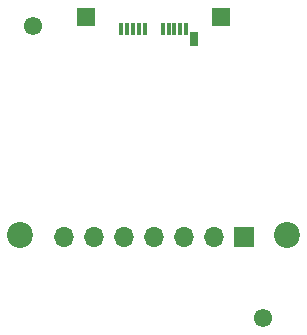
<source format=gbr>
%TF.GenerationSoftware,KiCad,Pcbnew,(5.99.0-11663-g8172737d6f)*%
%TF.CreationDate,2021-08-09T10:24:35+02:00*%
%TF.ProjectId,Framework_Serial,4672616d-6577-46f7-926b-5f5365726961,rev?*%
%TF.SameCoordinates,Original*%
%TF.FileFunction,Soldermask,Bot*%
%TF.FilePolarity,Negative*%
%FSLAX46Y46*%
G04 Gerber Fmt 4.6, Leading zero omitted, Abs format (unit mm)*
G04 Created by KiCad (PCBNEW (5.99.0-11663-g8172737d6f)) date 2021-08-09 10:24:35*
%MOMM*%
%LPD*%
G01*
G04 APERTURE LIST*
%ADD10C,1.552000*%
%ADD11R,1.700000X1.700000*%
%ADD12O,1.700000X1.700000*%
%ADD13R,1.500000X1.500000*%
%ADD14C,2.200000*%
%ADD15R,0.380000X1.000000*%
%ADD16R,0.700000X1.150000*%
G04 APERTURE END LIST*
D10*
%TO.C,REF\u002A\u002A*%
X72250000Y-29500000D03*
%TD*%
%TO.C,REF\u002A\u002A*%
X91750000Y-54250000D03*
%TD*%
D11*
%TO.C,J1*%
X90120000Y-47375000D03*
D12*
X87580000Y-47375000D03*
X85040000Y-47375000D03*
X82500000Y-47375000D03*
X79960000Y-47375000D03*
X77420000Y-47375000D03*
X74880000Y-47375000D03*
%TD*%
D13*
%TO.C,TP6*%
X76790423Y-28754517D03*
%TD*%
%TO.C,TP5*%
X88217755Y-28772041D03*
%TD*%
D14*
%TO.C,H1*%
X71204087Y-47253302D03*
%TD*%
%TO.C,H2*%
X93804087Y-47253302D03*
%TD*%
D15*
%TO.C,P1*%
X85250000Y-29790000D03*
X84750000Y-29790000D03*
X84250000Y-29790000D03*
X83750000Y-29790000D03*
X83250000Y-29790000D03*
X81750000Y-29790000D03*
X81250000Y-29790000D03*
X80750000Y-29790000D03*
X80250000Y-29790000D03*
X79750000Y-29790000D03*
D16*
X85920000Y-30630000D03*
%TD*%
M02*

</source>
